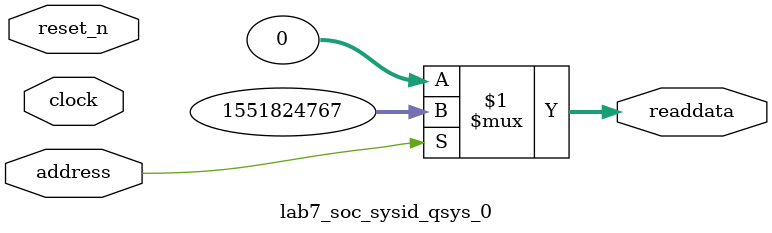
<source format=v>



// synthesis translate_off
`timescale 1ns / 1ps
// synthesis translate_on

// turn off superfluous verilog processor warnings 
// altera message_level Level1 
// altera message_off 10034 10035 10036 10037 10230 10240 10030 

module lab7_soc_sysid_qsys_0 (
               // inputs:
                address,
                clock,
                reset_n,

               // outputs:
                readdata
             )
;

  output  [ 31: 0] readdata;
  input            address;
  input            clock;
  input            reset_n;

  wire    [ 31: 0] readdata;
  //control_slave, which is an e_avalon_slave
  assign readdata = address ? 1551824767 : 0;

endmodule



</source>
